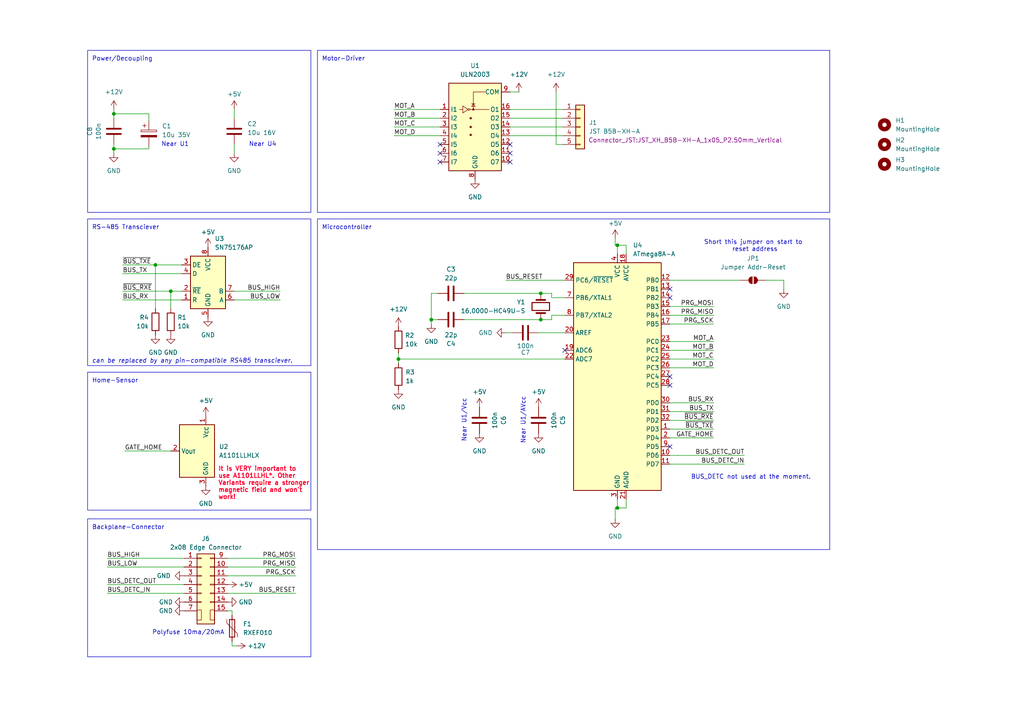
<source format=kicad_sch>
(kicad_sch (version 20250114) (generator "eeschema") (generator_version "9.0")
  (paper "A4")
  (title_block (title "Split-Flap Module Controller ") (date "2025-01-10") (rev "3") (company "Dennis Gunia www.dennisgunia.de") (comment 1 "Rev1 replaced U1 with dip variant"))
  (lib_symbols
    (symbol "Connector_Generic:Conn_01x05" (pin_names (offset 1.016) (hide yes))
      (property "Reference" "J" (at 0 7.62 0))
      (property "Value" "Conn_01x05" (at 0 -7.62 0))
      (symbol "Conn_01x05_1_1"
        (rectangle (start -1.27 6.35) (end 1.27 -6.35) (stroke (width 0.254)) (fill (type background)))
        (rectangle (start -1.27 5.207) (end 0 4.953) (stroke (width 0.1524)))
        (rectangle (start -1.27 2.667) (end 0 2.413) (stroke (width 0.1524)))
        (rectangle (start -1.27 0.127) (end 0 -0.127) (stroke (width 0.1524)))
        (rectangle (start -1.27 -2.413) (end 0 -2.667) (stroke (width 0.1524)))
        (rectangle (start -1.27 -4.953) (end 0 -5.207) (stroke (width 0.1524)))
        (pin passive line (at -5.08 5.08 0) (length 3.81) (name "Pin_1") (number "1"))
        (pin passive line (at -5.08 2.54 0) (length 3.81) (name "Pin_2") (number "2"))
        (pin passive line (at -5.08 0 0) (length 3.81) (name "Pin_3") (number "3"))
        (pin passive line (at -5.08 -2.54 0) (length 3.81) (name "Pin_4") (number "4"))
        (pin passive line (at -5.08 -5.08 0) (length 3.81) (name "Pin_5") (number "5"))
      )
    )
    (symbol "Connector_Generic:Conn_02x08_Top_Bottom" (pin_names (offset 1.016) (hide yes))
      (property "Reference" "J6" (at 1.27 13.335 0))
      (property "Value" "2x08 Edge Connector" (at 1.27 10.795 0))
      (symbol "Conn_02x08_Top_Bottom_1_1"
        (rectangle (start -1.27 8.89) (end 3.81 -11.43) (stroke (width 0.254)) (fill (type background)))
        (rectangle (start -1.27 7.747) (end 0 7.493) (stroke (width 0.1524)))
        (rectangle (start -1.27 5.207) (end 0 4.953) (stroke (width 0.1524)))
        (rectangle (start -1.27 2.667) (end 0 2.413) (stroke (width 0.1524)))
        (rectangle (start -1.27 0.127) (end 0 -0.127) (stroke (width 0.1524)))
        (rectangle (start -1.27 -2.413) (end 0 -2.667) (stroke (width 0.1524)))
        (rectangle (start -1.27 -4.953) (end 0 -5.207) (stroke (width 0.1524)))
        (rectangle (start -1.27 -7.366) (end 0 -10.287) (stroke (width 0.1524)))
        (rectangle (start 2.54 -7.366) (end 3.81 -10.287) (stroke (width 0.1524)))
        (rectangle (start 3.81 7.747) (end 2.54 7.493) (stroke (width 0.1524)))
        (rectangle (start 3.81 5.207) (end 2.54 4.953) (stroke (width 0.1524)))
        (rectangle (start 3.81 2.667) (end 2.54 2.413) (stroke (width 0.1524)))
        (rectangle (start 3.81 0.127) (end 2.54 -0.127) (stroke (width 0.1524)))
        (rectangle (start 3.81 -2.413) (end 2.54 -2.667) (stroke (width 0.1524)))
        (rectangle (start 3.81 -4.953) (end 2.54 -5.207) (stroke (width 0.1524)))
        (pin passive line (at -5.08 7.62 0) (length 3.81) (name "Pin_1") (number "1"))
        (pin passive line (at -5.08 5.08 0) (length 3.81) (name "Pin_2") (number "2"))
        (pin passive line (at -5.08 2.54 0) (length 3.81) (name "Pin_3") (number "3"))
        (pin passive line (at -5.08 0 0) (length 3.81) (name "Pin_4") (number "4"))
        (pin passive line (at -5.08 -2.54 0) (length 3.81) (name "Pin_5") (number "5"))
        (pin passive line (at -5.08 -5.08 0) (length 3.81) (name "Pin_6") (number "6"))
        (pin passive line (at -5.08 -7.62 0) (length 3.81) (name "Pin_7") (number "7"))
        (pin no_connect line (at -5.08 -10.16 0) (length 3.81) (hide yes) (name "Pin_8") (number "8"))
        (pin passive line (at 7.62 7.62 180) (length 3.81) (name "Pin_9") (number "9"))
        (pin passive line (at 7.62 5.08 180) (length 3.81) (name "Pin_10") (number "10"))
        (pin passive line (at 7.62 2.54 180) (length 3.81) (name "Pin_11") (number "11"))
        (pin passive line (at 7.62 0 180) (length 3.81) (name "Pin_12") (number "12"))
        (pin passive line (at 7.62 -2.54 180) (length 3.81) (name "Pin_13") (number "13"))
        (pin passive line (at 7.62 -5.08 180) (length 3.81) (name "Pin_14") (number "14"))
        (pin passive line (at 7.62 -7.62 180) (length 3.81) (name "Pin_15") (number "15"))
        (pin no_connect line (at 7.62 -10.16 180) (length 3.81) (hide yes) (name "Pin_16") (number "16"))
      )
    )
    (symbol "Device:C" (pin_numbers (hide yes)) (pin_names (offset 0.254))
      (property "Reference" "C" (at 0.635 2.54 0))
      (property "Value" "C" (at 0.635 -2.54 0))
      (symbol "C_0_1"
        (polyline (pts (xy -2.032 0.762) (xy 2.032 0.762)) (stroke (width 0.508)))
        (polyline (pts (xy -2.032 -0.762) (xy 2.032 -0.762)) (stroke (width 0.508)))
      )
      (symbol "C_1_1"
        (pin passive line (at 0 3.81 270) (length 2.794) (name "~") (number "1"))
        (pin passive line (at 0 -3.81 90) (length 2.794) (name "~") (number "2"))
      )
    )
    (symbol "Device:C_Polarized" (pin_numbers (hide yes)) (pin_names (offset 0.254))
      (property "Reference" "C" (at 0.635 2.54 0))
      (property "Value" "C_Polarized" (at 0.635 -2.54 0))
      (symbol "C_Polarized_0_1"
        (rectangle (start -2.286 0.508) (end 2.286 1.016))
        (polyline (pts (xy -1.778 2.286) (xy -0.762 2.286)))
        (polyline (pts (xy -1.27 2.794) (xy -1.27 1.778)))
        (rectangle (start 2.286 -0.508) (end -2.286 -1.016) (fill (type outline)))
      )
      (symbol "C_Polarized_1_1"
        (pin passive line (at 0 3.81 270) (length 2.794) (name "~") (number "1"))
        (pin passive line (at 0 -3.81 90) (length 2.794) (name "~") (number "2"))
      )
    )
    (symbol "Device:Crystal" (pin_numbers (hide yes)) (pin_names (offset 1.016) (hide yes))
      (property "Reference" "Y" (at 0 3.81 0))
      (property "Value" "Crystal" (at 0 -3.81 0))
      (symbol "Crystal_0_1"
        (polyline (pts (xy -2.54 0) (xy -1.905 0)))
        (polyline (pts (xy -1.905 -1.27) (xy -1.905 1.27)) (stroke (width 0.508)))
        (rectangle (start -1.143 2.54) (end 1.143 -2.54) (stroke (width 0.3048)))
        (polyline (pts (xy 1.905 -1.27) (xy 1.905 1.27)) (stroke (width 0.508)))
        (polyline (pts (xy 2.54 0) (xy 1.905 0)))
      )
      (symbol "Crystal_1_1"
        (pin passive line (at -3.81 0 0) (length 1.27) (name "1") (number "1"))
        (pin passive line (at 3.81 0 180) (length 1.27) (name "2") (number "2"))
      )
    )
    (symbol "Device:Polyfuse" (pin_numbers (hide yes)) (pin_names (offset 0))
      (property "Reference" "F" (at -2.54 0 90))
      (property "Value" "Polyfuse" (at 2.54 0 90))
      (symbol "Polyfuse_0_1"
        (polyline (pts (xy -1.524 2.54) (xy -1.524 1.524) (xy 1.524 -1.524) (xy 1.524 -2.54)))
        (rectangle (start -0.762 2.54) (end 0.762 -2.54) (stroke (width 0.254)))
        (polyline (pts (xy 0 2.54) (xy 0 -2.54)))
      )
      (symbol "Polyfuse_1_1"
        (pin passive line (at 0 3.81 270) (length 1.27) (name "~") (number "1"))
        (pin passive line (at 0 -3.81 90) (length 1.27) (name "~") (number "2"))
      )
    )
    (symbol "Device:R" (pin_numbers (hide yes)) (pin_names (offset 0))
      (property "Reference" "R" (at 2.032 0 90))
      (property "Value" "R" (at 0 0 90))
      (symbol "R_0_1"
        (rectangle (start -1.016 -2.54) (end 1.016 2.54) (stroke (width 0.254)))
      )
      (symbol "R_1_1"
        (pin passive line (at 0 3.81 270) (length 1.27) (name "~") (number "1"))
        (pin passive line (at 0 -3.81 90) (length 1.27) (name "~") (number "2"))
      )
    )
    (symbol "Interface_UART:SN75176AP"
      (property "Reference" "U" (at -4.318 8.89 0))
      (property "Value" "SN75176AP" (at 1.016 8.89 0))
      (symbol "SN75176AP_0_1"
        (rectangle (start -5.08 7.62) (end 5.08 -7.62) (stroke (width 0.254)) (fill (type background)))
      )
      (symbol "SN75176AP_1_1"
        (pin input line (at -7.62 5.08 0) (length 2.54) (name "DE") (number "3"))
        (pin input line (at -7.62 2.54 0) (length 2.54) (name "D") (number "4"))
        (pin input line (at -7.62 -2.54 0) (length 2.54) (name "~{RE}") (number "2"))
        (pin output line (at -7.62 -5.08 0) (length 2.54) (name "R") (number "1"))
        (pin power_in line (at 0 10.16 270) (length 2.54) (name "VCC") (number "8"))
        (pin power_in line (at 0 -10.16 90) (length 2.54) (name "GND") (number "5"))
        (pin bidirectional line (at 7.62 -2.54 180) (length 2.54) (name "B") (number "7"))
        (pin bidirectional line (at 7.62 -5.08 180) (length 2.54) (name "A") (number "6"))
      )
    )
    (symbol "Jumper:SolderJumper_2_Open" (pin_numbers (hide yes)) (pin_names (offset 0) (hide yes)) (in_bom no)
      (property "Reference" "JP" (at 0 2.032 0))
      (property "Value" "SolderJumper_2_Open" (at 0 -2.54 0))
      (symbol "SolderJumper_2_Open_0_1"
        (polyline (pts (xy -0.254 1.016) (xy -0.254 -1.016)))
        (arc (start -0.254 -1.016) (mid -1.2656 0) (end -0.254 1.016))
        (arc (start -0.254 -1.016) (mid -1.2656 0) (end -0.254 1.016) (fill (type outline)))
        (arc (start 0.254 1.016) (mid 1.2656 0) (end 0.254 -1.016))
        (arc (start 0.254 1.016) (mid 1.2656 0) (end 0.254 -1.016) (fill (type outline)))
        (polyline (pts (xy 0.254 1.016) (xy 0.254 -1.016)))
      )
      (symbol "SolderJumper_2_Open_1_1"
        (pin passive line (at -3.81 0 0) (length 2.54) (name "A") (number "1"))
        (pin passive line (at 3.81 0 180) (length 2.54) (name "B") (number "2"))
      )
    )
    (symbol "MCU_Microchip_ATmega:ATmega8A-A"
      (property "Reference" "U" (at -12.7 34.29 0))
      (property "Value" "ATmega8A-A" (at 5.08 -34.29 0))
      (symbol "ATmega8A-A_0_1"
        (rectangle (start -12.7 -33.02) (end 12.7 33.02) (stroke (width 0.254)) (fill (type background)))
      )
      (symbol "ATmega8A-A_1_1"
        (pin bidirectional line (at -15.24 27.94 0) (length 2.54) (name "PC6/~{RESET}") (number "29"))
        (pin bidirectional line (at -15.24 22.86 0) (length 2.54) (name "PB6/XTAL1") (number "7"))
        (pin bidirectional line (at -15.24 17.78 0) (length 2.54) (name "PB7/XTAL2") (number "8"))
        (pin passive line (at -15.24 12.7 0) (length 2.54) (name "AREF") (number "20"))
        (pin input line (at -15.24 7.62 0) (length 2.54) (name "ADC6") (number "19"))
        (pin input line (at -15.24 5.08 0) (length 2.54) (name "ADC7") (number "22"))
        (pin power_in line (at 0 35.56 270) (length 2.54) (name "VCC") (number "4"))
        (pin passive line (at 0 35.56 270) (length 2.54) (hide yes) (name "VCC") (number "6"))
        (pin power_in line (at 0 -35.56 90) (length 2.54) (name "GND") (number "3"))
        (pin passive line (at 0 -35.56 90) (length 2.54) (hide yes) (name "GND") (number "5"))
        (pin power_in line (at 2.54 35.56 270) (length 2.54) (name "AVCC") (number "18"))
        (pin power_in line (at 2.54 -35.56 90) (length 2.54) (name "AGND") (number "21"))
        (pin bidirectional line (at 15.24 27.94 180) (length 2.54) (name "PB0") (number "12"))
        (pin bidirectional line (at 15.24 25.4 180) (length 2.54) (name "PB1") (number "13"))
        (pin bidirectional line (at 15.24 22.86 180) (length 2.54) (name "PB2") (number "14"))
        (pin bidirectional line (at 15.24 20.32 180) (length 2.54) (name "PB3") (number "15"))
        (pin bidirectional line (at 15.24 17.78 180) (length 2.54) (name "PB4") (number "16"))
        (pin bidirectional line (at 15.24 15.24 180) (length 2.54) (name "PB5") (number "17"))
        (pin bidirectional line (at 15.24 10.16 180) (length 2.54) (name "PC0") (number "23"))
        (pin bidirectional line (at 15.24 7.62 180) (length 2.54) (name "PC1") (number "24"))
        (pin bidirectional line (at 15.24 5.08 180) (length 2.54) (name "PC2") (number "25"))
        (pin bidirectional line (at 15.24 2.54 180) (length 2.54) (name "PC3") (number "26"))
        (pin bidirectional line (at 15.24 0 180) (length 2.54) (name "PC4") (number "27"))
        (pin bidirectional line (at 15.24 -2.54 180) (length 2.54) (name "PC5") (number "28"))
        (pin bidirectional line (at 15.24 -7.62 180) (length 2.54) (name "PD0") (number "30"))
        (pin bidirectional line (at 15.24 -10.16 180) (length 2.54) (name "PD1") (number "31"))
        (pin bidirectional line (at 15.24 -12.7 180) (length 2.54) (name "PD2") (number "32"))
        (pin bidirectional line (at 15.24 -15.24 180) (length 2.54) (name "PD3") (number "1"))
        (pin bidirectional line (at 15.24 -17.78 180) (length 2.54) (name "PD4") (number "2"))
        (pin bidirectional line (at 15.24 -20.32 180) (length 2.54) (name "PD5") (number "9"))
        (pin bidirectional line (at 15.24 -22.86 180) (length 2.54) (name "PD6") (number "10"))
        (pin bidirectional line (at 15.24 -25.4 180) (length 2.54) (name "PD7") (number "11"))
      )
    )
    (symbol "Mechanical:MountingHole" (pin_names (offset 1.016))
      (property "Reference" "H" (at 0 5.08 0))
      (property "Value" "MountingHole" (at 0 3.175 0))
      (symbol "MountingHole_0_1"
        (circle (center 0 0) (radius 1.27) (stroke (width 1.27)))
      )
    )
    (symbol "Sensor_Magnetic:A1101xLH"
      (property "Reference" "U" (at 0 11.43 0))
      (property "Value" "A1101xLH" (at 0 8.89 0))
      (symbol "A1101xLH_0_1"
        (rectangle (start -5.08 7.62) (end 5.08 -7.62) (stroke (width 0.254)) (fill (type background)))
      )
      (symbol "A1101xLH_1_1"
        (pin power_in line (at -2.54 10.16 270) (length 2.54) (name "V_{CC}") (number "1"))
        (pin power_in line (at -2.54 -10.16 90) (length 2.54) (name "GND") (number "3"))
        (pin open_collector line (at 7.62 0 180) (length 2.54) (name "V_{OUT}") (number "2"))
      )
    )
    (symbol "Transistor_Array:ULN2003"
      (property "Reference" "U" (at 0 15.875 0))
      (property "Value" "ULN2003" (at 0 13.97 0))
      (symbol "ULN2003_0_1"
        (rectangle (start -7.62 -12.7) (end 7.62 12.7) (stroke (width 0.254)) (fill (type background)))
        (polyline (pts (xy -4.572 5.08) (xy -3.556 5.08)))
        (polyline (pts (xy -3.556 6.096) (xy -3.556 4.064) (xy -2.032 5.08) (xy -3.556 6.096)))
        (circle (center -1.778 5.08) (radius 0.254))
        (polyline (pts (xy -1.524 5.08) (xy 4.064 5.08)))
        (circle (center -1.27 2.54) (radius 0.254) (fill (type outline)))
        (circle (center -1.27 0) (radius 0.254) (fill (type outline)))
        (circle (center -1.27 -2.286) (radius 0.254) (fill (type outline)))
        (circle (center -0.508 5.08) (radius 0.254) (fill (type outline)))
        (polyline (pts (xy -0.508 5.08) (xy -0.508 10.16) (xy 2.921 10.16)))
        (polyline (pts (xy 0 6.731) (xy -1.016 6.731)))
        (polyline (pts (xy 0 5.969) (xy -1.016 5.969) (xy -0.508 6.731) (xy 0 5.969)))
      )
      (symbol "ULN2003_1_1"
        (pin input line (at -10.16 5.08 0) (length 2.54) (name "I1") (number "1"))
        (pin input line (at -10.16 2.54 0) (length 2.54) (name "I2") (number "2"))
        (pin input line (at -10.16 0 0) (length 2.54) (name "I3") (number "3"))
        (pin input line (at -10.16 -2.54 0) (length 2.54) (name "I4") (number "4"))
        (pin input line (at -10.16 -5.08 0) (length 2.54) (name "I5") (number "5"))
        (pin input line (at -10.16 -7.62 0) (length 2.54) (name "I6") (number "6"))
        (pin input line (at -10.16 -10.16 0) (length 2.54) (name "I7") (number "7"))
        (pin power_in line (at 0 -15.24 90) (length 2.54) (name "GND") (number "8"))
        (pin passive line (at 10.16 10.16 180) (length 2.54) (name "COM") (number "9"))
        (pin open_collector line (at 10.16 5.08 180) (length 2.54) (name "O1") (number "16"))
        (pin open_collector line (at 10.16 2.54 180) (length 2.54) (name "O2") (number "15"))
        (pin open_collector line (at 10.16 0 180) (length 2.54) (name "O3") (number "14"))
        (pin open_collector line (at 10.16 -2.54 180) (length 2.54) (name "O4") (number "13"))
        (pin open_collector line (at 10.16 -5.08 180) (length 2.54) (name "O5") (number "12"))
        (pin open_collector line (at 10.16 -7.62 180) (length 2.54) (name "O6") (number "11"))
        (pin open_collector line (at 10.16 -10.16 180) (length 2.54) (name "O7") (number "10"))
      )
    )
    (symbol "power:+12V" (power) (pin_names (offset 0))
      (property "Value" "+12V" (at 0 3.556 0))
      (symbol "+12V_0_1"
        (polyline (pts (xy -0.762 1.27) (xy 0 2.54)))
        (polyline (pts (xy 0 2.54) (xy 0.762 1.27)))
        (polyline (pts (xy 0 0) (xy 0 2.54)))
      )
      (symbol "+12V_1_1"
        (pin power_in line (at 0 0 90) (length 0) (hide yes) (name "+12V") (number "1"))
      )
    )
    (symbol "power:+5V" (power) (pin_names (offset 0))
      (property "Value" "+5V" (at 0 3.556 0))
      (symbol "+5V_0_1"
        (polyline (pts (xy -0.762 1.27) (xy 0 2.54)))
        (polyline (pts (xy 0 2.54) (xy 0.762 1.27)))
        (polyline (pts (xy 0 0) (xy 0 2.54)))
      )
      (symbol "+5V_1_1"
        (pin power_in line (at 0 0 90) (length 0) (hide yes) (name "+5V") (number "1"))
      )
    )
    (symbol "power:GND" (power) (pin_names (offset 0))
      (property "Value" "GND" (at 0 -3.81 0))
      (symbol "GND_0_1"
        (polyline (pts (xy 0 0) (xy 0 -1.27) (xy 1.27 -1.27) (xy 0 -2.54) (xy -1.27 -1.27) (xy 0 -1.27)))
      )
      (symbol "GND_1_1"
        (pin power_in line (at 0 0 270) (length 0) (hide yes) (name "GND") (number "1"))
      )
    )
  )
  (rectangle (start 92.075 14.605) (end 240.665 61.595))
  (rectangle (start 25.4 107.95) (end 90.17 147.955))
  (rectangle (start 25.4 63.5) (end 90.17 106.045))
  (rectangle (start 92.075 63.5) (end 240.665 159.385))
  (rectangle (start 25.4 150.495) (end 90.17 190.5))
  (rectangle (start 25.4 14.605) (end 90.17 61.595))
  (text "Motor-Driver\n" (at 93.345 17.145 0) (effects (font (size 1.27 1.27)) (justify left)))
  (text "RS-485 Transciever" (at 26.67 66.04 0) (effects (font (size 1.27 1.27)) (justify left)))
  (text "Power/Decoupling\n" (at 26.67 17.145 0) (effects (font (size 1.27 1.27)) (justify left)))
  (text "Polyfuse 10ma/20mA" (at 54.61 183.515 0) (effects (font (size 1.27 1.27))))
  (text "Home-Sensor" (at 26.67 110.49 0) (effects (font (size 1.27 1.27)) (justify left)))
  (text "Short this jumper on start to \nreset address" (at 218.948 71.374 0) (effects (font (size 1.27 1.27))))
  (text "Backplane-Connector" (at 26.67 153.035 0) (effects (font (size 1.27 1.27)) (justify left)))
  (text "BUS_DETC not used at the moment." (at 217.805 138.43 0) (effects (font (size 1.27 1.27))))
  (text "Near U1\n" (at 50.8 41.91 0) (effects (font (size 1.27 1.27))))
  (text "can be replaced by any pin-compatible RS485 transciever." (at 26.67 104.775 0) (effects (font (size 1.27 1.27) (italic yes)) (justify left)))
  (text "Near U1/AVcc" (at 151.765 121.92 90) (effects (font (size 1.27 1.27))))
  (text "Near U1/Vcc" (at 134.62 121.92 90) (effects (font (size 1.27 1.27))))
  (text "It is VERY important to \nuse A1101LLHL*. Other\nVariants require a stronger\nmagnetic field and won't\nwork!" (at 63.246 140.208 0) (effects (font (size 1.27 1.27) (thickness 0.254) (bold yes)) (justify left)))
  (text "Microcontroller" (at 93.345 66.04 0) (effects (font (size 1.27 1.27)) (justify left)))
  (text "Near U4\n" (at 76.2 41.91 0) (effects (font (size 1.27 1.27))))
  (junction (at 45.085 76.835))
  (junction (at 125.095 92.71))
  (junction (at 156.845 92.71))
  (junction (at 33.02 43.18))
  (junction (at 156.845 85.09))
  (junction (at 179.07 147.32))
  (junction (at 49.53 84.455))
  (junction (at 179.07 71.12))
  (junction (at 115.57 104.14))
  (junction (at 33.02 33.02))
  (no_connect (at 163.83 101.6))
  (no_connect (at 147.955 41.91))
  (no_connect (at 194.31 86.36))
  (no_connect (at 147.955 44.45))
  (no_connect (at 194.31 129.54))
  (no_connect (at 194.31 111.76))
  (no_connect (at 194.31 109.22))
  (no_connect (at 127.635 46.99))
  (no_connect (at 127.635 44.45))
  (no_connect (at 127.635 41.91))
  (no_connect (at 147.955 46.99))
  (no_connect (at 194.31 83.82))
  (wire (pts (xy 179.07 147.32) (xy 179.07 144.78)))
  (wire (pts (xy 35.56 84.455) (xy 49.53 84.455)))
  (wire (pts (xy 194.31 106.68) (xy 207.01 106.68)))
  (wire (pts (xy 194.31 91.44) (xy 207.01 91.44)))
  (wire (pts (xy 194.31 88.9) (xy 207.01 88.9)))
  (wire (pts (xy 53.34 172.085) (xy 31.115 172.085)))
  (wire (pts (xy 194.31 134.62) (xy 215.9 134.62)))
  (wire (pts (xy 160.02 86.36) (xy 163.83 86.36)))
  (wire (pts (xy 45.085 89.535) (xy 45.085 76.835)))
  (wire (pts (xy 134.62 85.09) (xy 156.845 85.09)))
  (wire (pts (xy 227.33 81.28) (xy 227.33 83.82)))
  (wire (pts (xy 179.07 147.32) (xy 178.435 147.32)))
  (wire (pts (xy 179.07 147.32) (xy 181.61 147.32)))
  (wire (pts (xy 33.02 41.91) (xy 33.02 43.18)))
  (wire (pts (xy 146.685 81.28) (xy 163.83 81.28)))
  (wire (pts (xy 160.02 92.71) (xy 160.02 91.44)))
  (wire (pts (xy 67.31 187.325) (xy 68.58 187.325)))
  (wire (pts (xy 33.02 34.29) (xy 33.02 33.02)))
  (wire (pts (xy 194.31 93.98) (xy 207.01 93.98)))
  (wire (pts (xy 127.635 36.83) (xy 114.3 36.83)))
  (wire (pts (xy 67.31 177.165) (xy 67.31 178.435)))
  (wire (pts (xy 49.53 84.455) (xy 49.53 89.535)))
  (wire (pts (xy 160.02 91.44) (xy 163.83 91.44)))
  (wire (pts (xy 67.945 84.455) (xy 81.28 84.455)))
  (wire (pts (xy 52.705 86.995) (xy 35.56 86.995)))
  (wire (pts (xy 66.04 177.165) (xy 67.31 177.165)))
  (wire (pts (xy 43.18 42.545) (xy 43.18 43.18)))
  (wire (pts (xy 127.635 34.29) (xy 114.3 34.29)))
  (wire (pts (xy 66.04 172.085) (xy 85.725 172.085)))
  (wire (pts (xy 161.29 41.91) (xy 163.195 41.91)))
  (wire (pts (xy 115.57 105.41) (xy 115.57 104.14)))
  (wire (pts (xy 181.61 71.12) (xy 179.07 71.12)))
  (wire (pts (xy 31.115 164.465) (xy 53.34 164.465)))
  (wire (pts (xy 222.25 81.28) (xy 227.33 81.28)))
  (wire (pts (xy 67.945 31.75) (xy 67.945 34.29)))
  (wire (pts (xy 66.04 164.465) (xy 85.725 164.465)))
  (wire (pts (xy 179.07 71.12) (xy 179.07 73.66)))
  (wire (pts (xy 148.59 96.52) (xy 146.685 96.52)))
  (wire (pts (xy 147.955 39.37) (xy 163.195 39.37)))
  (wire (pts (xy 67.31 186.055) (xy 67.31 187.325)))
  (wire (pts (xy 181.61 73.66) (xy 181.61 71.12)))
  (wire (pts (xy 147.955 26.67) (xy 150.495 26.67)))
  (wire (pts (xy 115.57 104.14) (xy 115.57 102.362)))
  (wire (pts (xy 156.845 85.09) (xy 160.02 85.09)))
  (wire (pts (xy 43.18 33.02) (xy 33.02 33.02)))
  (wire (pts (xy 134.62 92.71) (xy 156.845 92.71)))
  (wire (pts (xy 127 85.09) (xy 125.095 85.09)))
  (wire (pts (xy 35.56 76.835) (xy 45.085 76.835)))
  (wire (pts (xy 178.435 150.495) (xy 178.435 147.32)))
  (wire (pts (xy 194.31 101.6) (xy 207.01 101.6)))
  (wire (pts (xy 125.095 85.09) (xy 125.095 92.71)))
  (wire (pts (xy 194.31 116.84) (xy 207.01 116.84)))
  (wire (pts (xy 127.635 39.37) (xy 114.3 39.37)))
  (wire (pts (xy 33.02 43.18) (xy 33.02 44.45)))
  (wire (pts (xy 53.34 169.545) (xy 31.115 169.545)))
  (wire (pts (xy 33.02 43.18) (xy 43.18 43.18)))
  (wire (pts (xy 147.955 34.29) (xy 163.195 34.29)))
  (wire (pts (xy 194.31 104.14) (xy 207.01 104.14)))
  (wire (pts (xy 66.04 161.925) (xy 85.725 161.925)))
  (wire (pts (xy 43.18 34.925) (xy 43.18 33.02)))
  (wire (pts (xy 194.31 119.38) (xy 207.01 119.38)))
  (wire (pts (xy 156.21 96.52) (xy 163.83 96.52)))
  (wire (pts (xy 181.61 144.78) (xy 181.61 147.32)))
  (wire (pts (xy 66.04 167.005) (xy 85.725 167.005)))
  (wire (pts (xy 115.57 104.14) (xy 163.83 104.14)))
  (wire (pts (xy 52.705 79.375) (xy 35.56 79.375)))
  (wire (pts (xy 67.945 86.995) (xy 81.28 86.995)))
  (wire (pts (xy 127.635 31.75) (xy 114.3 31.75)))
  (wire (pts (xy 67.945 41.91) (xy 67.945 44.45)))
  (wire (pts (xy 194.31 124.46) (xy 207.01 124.46)))
  (wire (pts (xy 125.095 92.71) (xy 125.095 93.98)))
  (wire (pts (xy 194.31 99.06) (xy 207.01 99.06)))
  (wire (pts (xy 161.29 26.67) (xy 161.29 41.91)))
  (wire (pts (xy 194.31 81.28) (xy 214.63 81.28)))
  (wire (pts (xy 160.02 85.09) (xy 160.02 86.36)))
  (wire (pts (xy 52.705 84.455) (xy 49.53 84.455)))
  (wire (pts (xy 33.02 31.75) (xy 33.02 33.02)))
  (wire (pts (xy 156.845 92.71) (xy 160.02 92.71)))
  (wire (pts (xy 178.435 69.215) (xy 178.435 71.12)))
  (wire (pts (xy 194.31 132.08) (xy 215.9 132.08)))
  (wire (pts (xy 45.085 76.835) (xy 52.705 76.835)))
  (wire (pts (xy 53.34 161.925) (xy 31.115 161.925)))
  (wire (pts (xy 194.31 121.92) (xy 207.01 121.92)))
  (wire (pts (xy 147.955 31.75) (xy 163.195 31.75)))
  (wire (pts (xy 179.07 71.12) (xy 178.435 71.12)))
  (wire (pts (xy 147.955 36.83) (xy 163.195 36.83)))
  (wire (pts (xy 127 92.71) (xy 125.095 92.71)))
  (wire (pts (xy 49.53 130.81) (xy 36.195 130.81)))
  (wire (pts (xy 194.31 127) (xy 207.01 127)))
  (label "BUS_TX" (at 35.56 79.375 0))
  (label "MOT_A" (at 114.3 31.75 0))
  (label "MOT_C" (at 207.01 104.14 180))
  (label "BUS_RESET" (at 85.725 172.085 180))
  (label "BUS_RX" (at 207.01 116.84 180))
  (label "GATE_HOME" (at 207.01 127 180))
  (label "MOT_C" (at 114.3 36.83 0))
  (label "MOT_D" (at 114.3 39.37 0))
  (label "MOT_A" (at 207.01 99.06 180))
  (label "BUS_RX" (at 35.56 86.995 0))
  (label "BUS_DETC_OUT" (at 31.115 169.545 0))
  (label "PRG_SCK" (at 207.01 93.98 180))
  (label "BUS_HIGH" (at 81.28 84.455 180))
  (label "MOT_D" (at 207.01 106.68 180))
  (label "PRG_MISO" (at 207.01 91.44 180))
  (label "BUS_HIGH" (at 31.115 161.925 0))
  (label "BUS_DETC_IN" (at 215.9 134.62 180))
  (label "MOT_B" (at 114.3 34.29 0))
  (label "GATE_HOME" (at 36.195 130.81 0))
  (label "PRG_MISO" (at 85.725 164.465 180))
  (label "BUS_RESET" (at 146.685 81.28 0))
  (label "MOT_B" (at 207.01 101.6 180))
  (label "~{BUS_TXE}" (at 207.01 124.46 180))
  (label "PRG_MOSI" (at 85.725 161.925 180))
  (label "~{BUS_TXE}" (at 35.56 76.835 0))
  (label "~{BUS_RXE}" (at 207.01 121.92 180))
  (label "BUS_LOW" (at 81.28 86.995 180))
  (label "~{BUS_RXE}" (at 35.56 84.455 0))
  (label "BUS_LOW" (at 31.115 164.465 0))
  (label "BUS_DETC_OUT" (at 215.9 132.08 180))
  (label "PRG_MOSI" (at 207.01 88.9 180))
  (label "BUS_DETC_IN" (at 31.115 172.085 0))
  (label "BUS_TX" (at 207.01 119.38 180))
  (label "PRG_SCK" (at 85.725 167.005 180))
  (symbol (lib_id "power:+5V") (at 67.945 31.75 0) (unit 1)
    (property "Reference" "#PWR08" (effects (hide yes)))
    (property "Value" "+5V" (at 67.945 27.305 0))
  )
  (symbol (lib_id "power:+12V") (at 115.57 94.742 0) (mirror y) (unit 1)
    (property "Reference" "#PWR028" (effects (hide yes)))
    (property "Value" "+12V" (at 115.57 89.662 0))
  )
  (symbol (lib_id "Device:Polyfuse") (at 67.31 182.245 0) (unit 1)
    (property "Reference" "F1" (at 70.485 180.975 0) (effects (justify left)))
    (property "Value" "RXEF010" (at 70.485 183.515 0) (effects (justify left)))
    (property "Footprint" "Fuse:Fuse_0805_2012Metric" (effects (hide yes)))
  )
  (symbol (lib_id "Device:C") (at 156.21 121.92 0) (mirror x) (unit 1)
    (property "Reference" "C5" (at 163.195 121.92 90))
    (property "Value" "100n" (at 160.655 121.92 90))
    (property "Footprint" "Capacitor_SMD:C_0805_2012Metric" (effects (hide yes)))
  )
  (symbol (lib_id "Device:C_Polarized") (at 43.18 38.735 0) (unit 1)
    (property "Reference" "C1" (at 46.99 36.576 0) (effects (justify left)))
    (property "Value" "10u 35V" (at 46.99 39.116 0) (effects (justify left)))
    (property "Footprint" "Capacitor_THT:CP_Radial_D6.3mm_P2.50mm" (effects (hide yes)))
  )
  (symbol (lib_id "Connector_Generic:Conn_01x05") (at 168.275 36.83 0) (unit 1)
    (property "Reference" "J1" (at 170.815 35.56 0) (effects (justify left)))
    (property "Value" "JST B5B-XH-A" (at 170.815 38.1 0) (effects (justify left)))
    (property "Footprint" "Connector_JST:JST_XH_B5B-XH-A_1x05_P2.50mm_Vertical" (at 198.755 40.64 0))
  )
  (symbol (lib_id "power:+5V") (at 66.04 169.545 270) (unit 1)
    (property "Reference" "#PWR019" (effects (hide yes)))
    (property "Value" "+5V" (at 69.215 169.545 90) (effects (justify left)))
  )
  (symbol (lib_id "Device:R") (at 115.57 98.552 0) (unit 1)
    (property "Reference" "R2" (at 117.475 97.282 0) (effects (justify left)))
    (property "Value" "10k" (at 117.475 99.822 0) (effects (justify left)))
    (property "Footprint" "Resistor_SMD:R_0805_2012Metric" (effects (hide yes)))
  )
  (symbol (lib_id "power:GND") (at 139.065 125.73 0) (mirror y) (unit 1)
    (property "Reference" "#PWR027" (effects (hide yes)))
    (property "Value" "GND" (at 139.065 130.81 0))
  )
  (symbol (lib_id "power:+12V") (at 150.495 26.67 0) (unit 1)
    (property "Reference" "#PWR02" (effects (hide yes)))
    (property "Value" "+12V" (at 150.495 21.59 0))
  )
  (symbol (lib_id "power:GND") (at 66.04 174.625 90) (unit 1)
    (property "Reference" "#PWR022" (effects (hide yes)))
    (property "Value" "GND" (at 69.215 174.625 90) (effects (justify right)))
  )
  (symbol (lib_id "power:GND") (at 60.325 92.075 0) (mirror y) (unit 1)
    (property "Reference" "#PWR010" (effects (hide yes)))
    (property "Value" "GND" (at 60.325 97.155 0))
  )
  (symbol (lib_id "power:+12V") (at 161.29 26.67 0) (unit 1)
    (property "Reference" "#PWR01" (effects (hide yes)))
    (property "Value" "+12V" (at 161.29 21.59 0))
  )
  (symbol (lib_id "power:+5V") (at 60.325 71.755 0) (unit 1)
    (property "Reference" "#PWR09" (effects (hide yes)))
    (property "Value" "+5V" (at 60.325 67.31 0))
  )
  (symbol (lib_id "power:GND") (at 53.34 167.005 270) (unit 1)
    (property "Reference" "#PWR023" (effects (hide yes)))
    (property "Value" "GND" (at 49.53 167.005 90) (effects (justify right)))
  )
  (symbol (lib_id "power:GND") (at 33.02 44.45 0) (mirror y) (unit 1)
    (property "Reference" "#PWR05" (effects (hide yes)))
    (property "Value" "GND" (at 33.02 49.53 0))
  )
  (symbol (lib_id "power:GND") (at 146.685 96.52 270) (mirror x) (unit 1)
    (property "Reference" "#PWR014" (effects (hide yes)))
    (property "Value" "GND" (at 142.875 96.5199 90) (effects (justify right)))
  )
  (symbol (lib_id "Jumper:SolderJumper_2_Open") (at 218.44 81.28 0) (unit 1) (in_bom no)
    (property "Reference" "JP1" (at 218.44 74.93 0))
    (property "Value" "Jumper Addr-Reset" (at 218.44 77.47 0))
    (property "Footprint" "Jumper:SolderJumper-2_P1.3mm_Open_Pad1.0x1.5mm" (effects (hide yes)))
    (property "Description" "Solder Jumper, 2-pole, open" (effects (hide yes)))
  )
  (symbol (lib_id "Device:R") (at 115.57 109.22 0) (unit 1)
    (property "Reference" "R3" (at 117.602 107.9499 0) (effects (justify left)))
    (property "Value" "1k" (at 117.602 110.4899 0) (effects (justify left)))
    (property "Footprint" "Resistor_SMD:R_0805_2012Metric" (effects (hide yes)))
  )
  (symbol (lib_id "Connector_Generic:Conn_02x08_Top_Bottom") (at 58.42 169.545 0) (unit 1)
    (property "Reference" "J6" (at 59.69 156.21 0))
    (property "Value" "2x08 Edge Connector" (at 59.69 158.75 0))
    (property "Footprint" "Dennis:Card Edge 16 power" (effects (hide yes)))
  )
  (symbol (lib_id "Device:C") (at 67.945 38.1 0) (unit 1)
    (property "Reference" "C2" (at 71.755 35.941 0) (effects (justify left)))
    (property "Value" "10u 16V" (at 71.755 38.481 0) (effects (justify left)))
    (property "Footprint" "Capacitor_SMD:C_1206_3216Metric" (effects (hide yes)))
    (property "Description" "Unpolarized capacitor" (effects (hide yes)))
  )
  (symbol (lib_id "Device:R") (at 45.085 93.345 0) (mirror y) (unit 1)
    (property "Reference" "R4" (at 43.18 92.075 0) (effects (justify left)))
    (property "Value" "10k" (at 43.18 94.615 0) (effects (justify left)))
    (property "Footprint" "Resistor_SMD:R_0805_2012Metric" (effects (hide yes)))
  )
  (symbol (lib_id "Mechanical:MountingHole") (at 256.54 47.625 0) (unit 1)
    (property "Reference" "H3" (at 259.715 46.355 0) (effects (justify left)))
    (property "Value" "MountingHole" (at 259.715 48.895 0) (effects (justify left)))
    (property "Footprint" "MountingHole:MountingHole_3.2mm_M3_DIN965_Pad" (effects (hide yes)))
  )
  (symbol (lib_id "MCU_Microchip_ATmega:ATmega8A-A") (at 179.07 109.22 0) (unit 1)
    (property "Reference" "U4" (at 183.5659 71.12 0) (effects (justify left)))
    (property "Value" "ATmega8A-A" (at 183.5659 73.66 0) (effects (justify left)))
    (property "Footprint" "Package_QFP:TQFP-32_7x7mm_P0.8mm" (effects (hide yes)))
    (property "Datasheet" "http://ww1.microchip.com/downloads/en/DeviceDoc/Microchip%208bit%20mcu%20AVR%20ATmega8A%20data%20sheet%2040001974A.pdf" (effects (hide yes)))
  )
  (symbol (lib_id "Sensor_Magnetic:A1101xLH") (at 57.15 130.81 0) (mirror y) (unit 1)
    (property "Reference" "U2" (at 63.5 129.5399 0) (effects (justify right)))
    (property "Value" "A1101LLHLX" (at 63.5 132.0799 0) (effects (justify right)))
    (property "Footprint" "Package_TO_SOT_SMD:SOT-23W" (effects (hide yes)))
    (property "Datasheet" "https://www.allegromicro.com/-/media/files/datasheets/a110x-datasheet.ashx" (effects (hide yes)))
    (property "Description" "Hall effect switch, unipolar (south-polarity), Bop=100G, Brp=45G, 3.8-24V supply, SOT-23W" (effects (hide yes)))
  )
  (symbol (lib_id "Device:C") (at 130.81 85.09 90) (unit 1)
    (property "Reference" "C3" (at 130.81 78.105 90))
    (property "Value" "22p" (at 130.81 80.645 90))
    (property "Footprint" "Capacitor_SMD:C_0805_2012Metric" (effects (hide yes)))
  )
  (symbol (lib_id "power:+12V") (at 33.02 31.75 0) (mirror y) (unit 1)
    (property "Reference" "#PWR04" (effects (hide yes)))
    (property "Value" "+12V" (at 33.02 26.67 0))
  )
  (symbol (lib_id "Device:C") (at 130.81 92.71 90) (mirror x) (unit 1)
    (property "Reference" "C4" (at 130.81 99.695 90))
    (property "Value" "22p" (at 130.81 97.155 90))
    (property "Footprint" "Capacitor_SMD:C_0805_2012Metric" (effects (hide yes)))
  )
  (symbol (lib_id "power:GND") (at 59.69 140.97 0) (unit 1)
    (property "Reference" "#PWR012" (effects (hide yes)))
    (property "Value" "GND" (at 59.69 146.05 0))
  )
  (symbol (lib_id "power:GND") (at 45.085 97.155 0) (mirror y) (unit 1)
    (property "Reference" "#PWR030" (effects (hide yes)))
    (property "Value" "GND" (at 45.085 102.235 0))
  )
  (symbol (lib_id "Device:Crystal") (at 156.845 88.9 270) (unit 1)
    (property "Reference" "Y1" (at 152.4 87.63 90) (effects (justify right)))
    (property "Value" "16,0000-HC49U-S" (at 152.4 90.17 90) (effects (justify right)))
    (property "Footprint" "Crystal:Crystal_HC49-U_Vertical" (effects (hide yes)))
  )
  (symbol (lib_id "power:+12V") (at 68.58 187.325 270) (unit 1)
    (property "Reference" "#PWR020" (effects (hide yes)))
    (property "Value" "+12V" (at 71.755 187.325 90) (effects (justify left)))
  )
  (symbol (lib_id "power:+5V") (at 59.69 120.65 0) (unit 1)
    (property "Reference" "#PWR011" (effects (hide yes)))
    (property "Value" "+5V" (at 59.69 116.205 0))
  )
  (symbol (lib_id "power:GND") (at 115.57 113.03 0) (mirror y) (unit 1)
    (property "Reference" "#PWR029" (effects (hide yes)))
    (property "Value" "GND" (at 115.57 118.11 0))
  )
  (symbol (lib_id "power:GND") (at 178.435 150.495 0) (mirror y) (unit 1)
    (property "Reference" "#PWR06" (effects (hide yes)))
    (property "Value" "GND" (at 178.435 155.575 0))
  )
  (symbol (lib_id "Device:C") (at 152.4 96.52 90) (mirror x) (unit 1)
    (property "Reference" "C7" (at 152.4 102.235 90))
    (property "Value" "100n" (at 152.4 100.33 90))
    (property "Footprint" "Capacitor_SMD:C_0805_2012Metric" (effects (hide yes)))
  )
  (symbol (lib_id "Device:C") (at 33.02 38.1 0) (mirror y) (unit 1)
    (property "Reference" "C8" (at 26.035 38.1 90))
    (property "Value" "100n" (at 28.575 38.1 90))
    (property "Footprint" "Capacitor_SMD:C_0805_2012Metric" (effects (hide yes)))
  )
  (symbol (lib_id "power:GND") (at 49.53 97.155 0) (mirror y) (unit 1)
    (property "Reference" "#PWR025" (effects (hide yes)))
    (property "Value" "GND" (at 49.53 102.235 0))
  )
  (symbol (lib_id "Transistor_Array:ULN2003") (at 137.795 36.83 0) (unit 1)
    (property "Reference" "U1" (at 137.795 19.05 0))
    (property "Value" "ULN2003" (at 137.795 21.59 0))
    (property "Footprint" "Package_DIP:DIP-16_W7.62mm" (effects (hide yes)))
    (property "Datasheet" "http://www.ti.com/lit/ds/symlink/uln2003a.pdf" (effects (hide yes)))
  )
  (symbol (lib_id "power:GND") (at 227.33 83.82 0) (mirror y) (unit 1)
    (property "Reference" "#PWR032" (effects (hide yes)))
    (property "Value" "GND" (at 227.33 88.9 0))
  )
  (symbol (lib_id "Interface_UART:SN75176AP") (at 60.325 81.915 0) (unit 1)
    (property "Reference" "U3" (at 62.2809 69.215 0) (effects (justify left)))
    (property "Value" "SN75176AP" (at 62.2809 71.755 0) (effects (justify left)))
    (property "Footprint" "Package_DIP:DIP-8_W7.62mm" (effects (hide yes)))
    (property "Datasheet" "http://www.ti.com/lit/ds/symlink/sn75176a.pdf" (effects (hide yes)))
  )
  (symbol (lib_id "Device:R") (at 49.53 93.345 0) (unit 1)
    (property "Reference" "R1" (at 51.435 92.075 0) (effects (justify left)))
    (property "Value" "10k" (at 51.435 94.615 0) (effects (justify left)))
    (property "Footprint" "Resistor_SMD:R_0805_2012Metric" (effects (hide yes)))
  )
  (symbol (lib_id "power:GND") (at 67.945 44.45 0) (mirror y) (unit 1)
    (property "Reference" "#PWR031" (effects (hide yes)))
    (property "Value" "GND" (at 67.945 49.53 0))
  )
  (symbol (lib_id "Mechanical:MountingHole") (at 256.54 36.195 0) (unit 1)
    (property "Reference" "H1" (at 259.715 34.925 0) (effects (justify left)))
    (property "Value" "MountingHole" (at 259.715 37.465 0) (effects (justify left)))
    (property "Footprint" "MountingHole:MountingHole_3.2mm_M3_DIN965_Pad" (effects (hide yes)))
  )
  (symbol (lib_id "Device:C") (at 139.065 121.92 0) (mirror x) (unit 1)
    (property "Reference" "C6" (at 146.05 121.92 90))
    (property "Value" "100n" (at 143.51 121.92 90))
    (property "Footprint" "Capacitor_SMD:C_0805_2012Metric" (effects (hide yes)))
  )
  (symbol (lib_id "power:+5V") (at 178.435 69.215 0) (unit 1)
    (property "Reference" "#PWR024" (effects (hide yes)))
    (property "Value" "+5V" (at 178.435 64.77 0))
  )
  (symbol (lib_id "power:GND") (at 53.34 177.165 270) (unit 1)
    (property "Reference" "#PWR018" (effects (hide yes)))
    (property "Value" "GND" (at 50.165 177.165 90) (effects (justify right)))
  )
  (symbol (lib_id "power:GND") (at 156.21 125.73 0) (mirror y) (unit 1)
    (property "Reference" "#PWR017" (effects (hide yes)))
    (property "Value" "GND" (at 156.21 130.81 0))
  )
  (symbol (lib_id "power:GND") (at 137.795 52.07 0) (unit 1)
    (property "Reference" "#PWR03" (effects (hide yes)))
    (property "Value" "GND" (at 137.795 57.15 0))
  )
  (symbol (lib_id "Mechanical:MountingHole") (at 256.54 41.91 0) (unit 1)
    (property "Reference" "H2" (at 259.715 40.64 0) (effects (justify left)))
    (property "Value" "MountingHole" (at 259.715 43.18 0) (effects (justify left)))
    (property "Footprint" "MountingHole:MountingHole_3.2mm_M3_DIN965_Pad" (effects (hide yes)))
  )
  (symbol (lib_id "power:GND") (at 125.095 93.98 0) (mirror y) (unit 1)
    (property "Reference" "#PWR015" (effects (hide yes)))
    (property "Value" "GND" (at 125.095 99.06 0))
  )
  (symbol (lib_id "power:+5V") (at 156.21 118.11 0) (unit 1)
    (property "Reference" "#PWR016" (effects (hide yes)))
    (property "Value" "+5V" (at 156.21 113.665 0))
  )
  (symbol (lib_id "power:GND") (at 53.34 174.625 270) (unit 1)
    (property "Reference" "#PWR021" (effects (hide yes)))
    (property "Value" "GND" (at 50.165 174.625 90) (effects (justify right)))
  )
  (symbol (lib_id "power:+5V") (at 139.065 118.11 0) (unit 1)
    (property "Reference" "#PWR026" (effects (hide yes)))
    (property "Value" "+5V" (at 139.065 113.665 0))
  )
)
</source>
